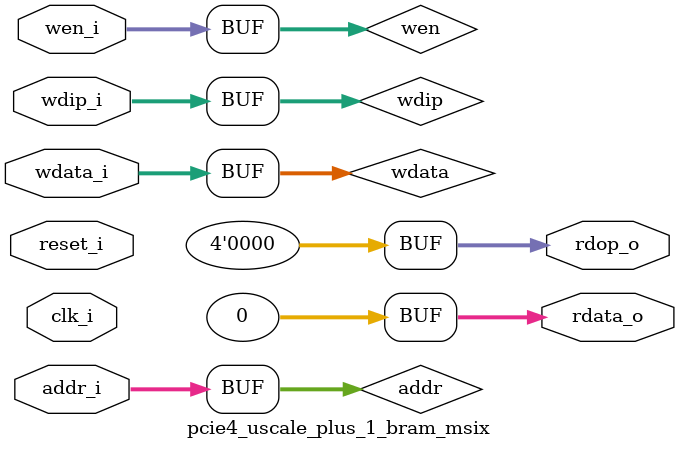
<source format=v>
`timescale 1ps/1ps

(* DowngradeIPIdentifiedWarnings = "yes" *)
module pcie4_uscale_plus_1_bram_msix #(

  parameter           TCQ = 100
, parameter           TO_RAM_PIPELINE="FALSE"
, parameter           FROM_RAM_PIPELINE="FALSE"
, parameter           MSIX_CAP_TABLE_SIZE=11'h0
, parameter           MSIX_TABLE_RAM_ENABLE="FALSE"

  ) (

  input  wire         clk_i,
  input  wire         reset_i,

  input  wire  [12:0] addr_i,
  input  wire  [31:0] wdata_i,
  input  wire   [3:0] wdip_i,
  input  wire   [3:0] wen_i,
  output wire  [31:0] rdata_o,
  output wire   [3:0] rdop_o

  );

  // WIP : Use Total number of functions (PFs + VFs) to calculate the NUM_BRAM_4K
  localparam integer NUM_BRAM_4K = (MSIX_TABLE_RAM_ENABLE == "TRUE") ? 8 : 0 ;
 

  reg          [12:0] addr;
  reg          [12:0] addr_p0;
  reg          [12:0] addr_p1;
  reg          [31:0] wdata;
  reg           [3:0] wdip;
  reg           [3:0] wen;
  reg          [31:0] reg_rdata;
  reg           [3:0] reg_rdop;
  wire         [31:0] rdata;
  wire          [3:0] rdop;
  genvar              i;
  wire    [(8*4)-1:0] bram_4k_wen;
  wire   [(8*32)-1:0] rdata_t;
  wire    [(8*4)-1:0] rdop_t;

  //
  // Optional input pipe stages
  //
  generate

    if (TO_RAM_PIPELINE == "TRUE") begin : TORAMPIPELINE

      always @(posedge clk_i) begin
     
        if (reset_i) begin

          addr <= #(TCQ) 13'b0;
          wdata <= #(TCQ) 32'b0;
          wdip <= #(TCQ) 4'b0;
          wen <= #(TCQ) 4'b0;

        end else begin

          addr <= #(TCQ) addr_i;
          wdata <= #(TCQ) wdata_i;
          wdip <= #(TCQ) wdip_i;
          wen <= #(TCQ) wen_i;

        end

      end

    end else begin : NOTORAMPIPELINE

      always @(*) begin

          addr = addr_i;
          wdata = wdata_i;
          wdip = wdip_i;
          wen = wen_i;

      end


    end

  endgenerate

  // 
  // Address pipeline
  //
  always @(posedge clk_i) begin
     
    if (reset_i) begin

      addr_p0 <= #(TCQ) 13'b0;
      addr_p1 <= #(TCQ) 13'b0;

    end else begin

      addr_p0 <= #(TCQ) addr;
      addr_p1 <= #(TCQ) addr_p0;

    end

  end

  //
  // Optional output pipe stages
  //
  generate

    if (FROM_RAM_PIPELINE == "TRUE") begin : FRMRAMPIPELINE


      always @(posedge clk_i) begin
     
        if (reset_i) begin

          reg_rdata <= #(TCQ) 32'b0;
          reg_rdop <= #(TCQ) 4'b0;

        end else begin

          case (addr_p1[12:10]) 
            3'b000 : begin
              reg_rdata <= #(TCQ) rdata_t[(32*(0))+31:(32*(0))+0];
              reg_rdop <= #(TCQ) rdop_t[(4*(0))+3:(4*(0))+0];
            end
            3'b001 : begin
              reg_rdata <= #(TCQ) rdata_t[(32*(1))+31:(32*(1))+0];
              reg_rdop <= #(TCQ) rdop_t[(4*(1))+3:(4*(1))+0];
            end
            3'b010 : begin
              reg_rdata <= #(TCQ) rdata_t[(32*(2))+31:(32*(2))+0];
              reg_rdop <= #(TCQ) rdop_t[(4*(2))+3:(4*(2))+0];
            end
            3'b011 : begin
              reg_rdata <= #(TCQ) rdata_t[(32*(3))+31:(32*(3))+0];
              reg_rdop <= #(TCQ) rdop_t[(4*(3))+3:(4*(3))+0];
            end
            3'b100 : begin
              reg_rdata <= #(TCQ) rdata_t[(32*(4))+31:(32*(4))+0];
              reg_rdop <= #(TCQ) rdop_t[(4*(4))+3:(4*(4))+0];
            end
            3'b101 : begin
              reg_rdata <= #(TCQ) rdata_t[(32*(5))+31:(32*(5))+0];
              reg_rdop <= #(TCQ) rdop_t[(4*(5))+3:(4*(5))+0];
            end
            3'b110 : begin
              reg_rdata <= #(TCQ) rdata_t[(32*(6))+31:(32*(6))+0];
              reg_rdop <= #(TCQ) rdop_t[(4*(6))+3:(4*(6))+0];
            end
            3'b111 : begin
              reg_rdata <= #(TCQ) rdata_t[(32*(7))+31:(32*(7))+0];
              reg_rdop <= #(TCQ) rdop_t[(4*(7))+3:(4*(7))+0];
            end
          endcase

        end

      end

    end else begin : NOFRMRAMPIPELINE

      always @(*) begin

          case (addr_p1[12:10]) 
            3'b000 : begin
              reg_rdata <= #(TCQ) rdata_t[(32*(0))+31:(32*(0))+0];
              reg_rdop <= #(TCQ) rdop_t[(4*(0))+3:(4*(0))+0];
            end
            3'b001 : begin
              reg_rdata <= #(TCQ) rdata_t[(32*(1))+31:(32*(1))+0];
              reg_rdop <= #(TCQ) rdop_t[(4*(1))+3:(4*(1))+0];
            end
            3'b010 : begin
              reg_rdata <= #(TCQ) rdata_t[(32*(2))+31:(32*(2))+0];
              reg_rdop <= #(TCQ) rdop_t[(4*(2))+3:(4*(2))+0];
            end
            3'b011 : begin
              reg_rdata <= #(TCQ) rdata_t[(32*(3))+31:(32*(3))+0];
              reg_rdop <= #(TCQ) rdop_t[(4*(3))+3:(4*(3))+0];
            end
            3'b100 : begin
              reg_rdata <= #(TCQ) rdata_t[(32*(4))+31:(32*(4))+0];
              reg_rdop <= #(TCQ) rdop_t[(4*(4))+3:(4*(4))+0];
            end
            3'b101 : begin
              reg_rdata <= #(TCQ) rdata_t[(32*(5))+31:(32*(5))+0];
              reg_rdop <= #(TCQ) rdop_t[(4*(5))+3:(4*(5))+0];
            end
            3'b110 : begin
              reg_rdata <= #(TCQ) rdata_t[(32*(6))+31:(32*(6))+0];
              reg_rdop <= #(TCQ) rdop_t[(4*(6))+3:(4*(6))+0];
            end
            3'b111 : begin
              reg_rdata <= #(TCQ) rdata_t[(32*(7))+31:(32*(7))+0];
              reg_rdop <= #(TCQ) rdop_t[(4*(7))+3:(4*(7))+0];
            end
          endcase

      end

    end
  
  endgenerate

  assign rdata_o = (MSIX_TABLE_RAM_ENABLE == "TRUE") ?  reg_rdata : 32'h0;
  assign rdop_o = (MSIX_TABLE_RAM_ENABLE == "TRUE") ? reg_rdop : 4'h0;

  generate 
  
    for (i=0; i<NUM_BRAM_4K; i=i+1) begin : BRAM4K

      pcie4_uscale_plus_1_bram_4k_int #(
          .TCQ(TCQ)
        )
        bram_4k_int (
    
          .clk_i (clk_i),
          .reset_i (reset_i),
    
          .addr_i(addr[9:0]),
          .wdata_i(wdata),
          .wdip_i(wdip),
          .wen_i(bram_4k_wen[(4*(i))+3:(4*(i))+0]),
          .rdata_o(rdata_t[(32*i)+31:(32*i)+0]),
          .rdop_o(rdop_t[(4*i)+3:(4*i)+0]),
          .baddr_i(10'b0),
          .brdata_o()

      );
      assign bram_4k_wen[(4*(i))+3:(4*(i))+0] = wen & {4{(i == addr[12:10])}};  
      
    end

  endgenerate

endmodule

</source>
